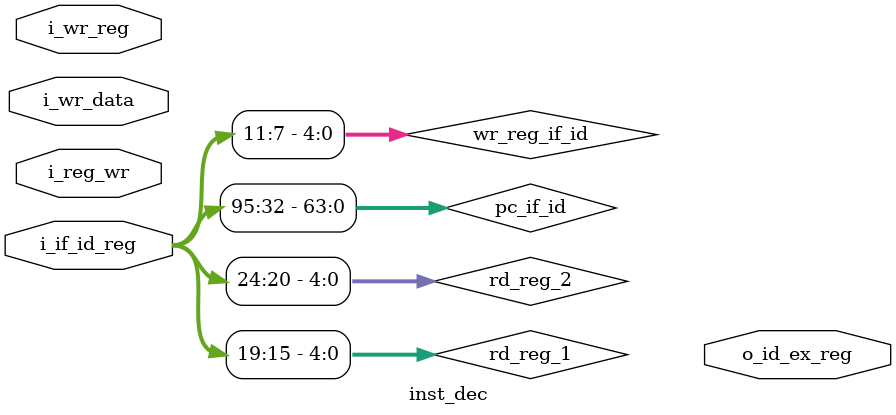
<source format=v>
`include "../MEM/memory.v"
`include "../MEM/register_file.v"

`include "../COMB_BOX/imm_generator.v"

`define WORD_SIZE 32

`define REG_RD_1_INIT 15
`define REG_RD_2_INIT 20
`define REG_RD_SIZE 5

`define REG_WR_INIT 7
`define REG_WR_SIZE 5

`define RD_DATA_SIZE `WORD_SIZE
`define IMM_GEN_SIZE 2*`WORD_SIZE

`define PC_SIZE 2*`WORD_SIZE
`define INS_MEM_SIZE `WORD_SIZE

module inst_dec (
    input       [`PC_SIZE+`RD_DATA_SIZE+`RD_DATA_SIZE+`IMM_GEN_SIZE+`REG_WR_SIZE-1:0]   i_if_id_reg,
    input       [`REG_WR_SIZE-1:0]                                                      i_wr_reg,
    input       [`WORD_SIZE-1:0]                                                        i_wr_data,
    input                                                                               i_reg_wr,
    output reg  [`PC_SIZE+`RD_DATA_SIZE+`RD_DATA_SIZE+`IMM_GEN_SIZE+`REG_WR_SIZE-1:0]   o_id_ex_reg
);

    // Cables de entrada
    wire [`REG_RD_SIZE-1:0] rd_reg_1;
    wire [`REG_RD_SIZE-1:0] rd_reg_2;
    // Cables de salida
    wire [`PC_SIZE-1:0] pc_if_id;           //  [195:133]
    wire [`RD_DATA_SIZE-1:0] rd_data_1;     //  [132:101]
    wire [`RD_DATA_SIZE-1:0] rd_data_2;     //  [100:69]
    wire [`PC_SIZE-1:0] imm_bus;            //  [68:5]
    wire [`REG_WR_SIZE-1:0] wr_reg_if_id;   //  [4:0]

    assign rd_reg_1 = i_if_id_reg[19:15];
    assign rd_reg_2 = i_if_id_reg[24:20];
//    assign rd_reg_1 = i_if_id_reg[`REG_RD_1_INIT+`REG_RD_SIZE-1:`REG_RD_1_INIT];
//    assign rd_reg_2 = i_if_id_reg[`REG_RD_2_INIT+`REG_RD_SIZE-1:`REG_RD_2_INIT];
    
    reg_file #(
        ) register_file (
//    .i_rd_reg_1( i_if_id_reg[`REG_RD_1_INIT+`REG_RD_SIZE-1:`REG_RD_1_INIT] ),
//    .i_rd_reg_2( i_if_id_reg[`REG_RD_2_INIT+`REG_RD_SIZE-1:`REG_RD_2_INIT] ),
    .i_rd_reg_1(rd_reg_1),
    .i_rd_reg_2(rd_reg_2),
    .i_wr_reg(i_wr_reg),        // Esto es realimentacion de un pipe en WRITE_BACK
    .i_wr_data(i_wr_data),      // Aca va la salida del MUX de WRITE_BACK
    .i_reg_wr(i_reg_wr),        // Esto lo maneja el block de CONTROL
    .i_clk(i_clk),
    .i_rst(i_rst),
    .o_rd_data_1(rd_data_1),
    .o_rd_data_2(rd_data_2)      
    );
    
    imm_gen #(
        ) imm_generator (
        .i_inst(i_if_id_reg[`INS_MEM_SIZE-1:0]),
        .o_imm_gen(imm_bus)
    );
    
    assign pc_if_id = i_if_id_reg[95:32];
    assign wr_reg_if_id = i_if_id_reg[11:7];
    
    always @(posedge i_clk or negedge i_rst) begin
        if (!i_rst) begin
            id_ex_reg = { (`PC_SIZE+`RD_DATA_SIZE+`RD_DATA_SIZE+`IMM_GEN_SIZE+`REG_WR_SIZE){1'b0} };
        end
        else begin
//            id_ex_reg = {i_if_id_reg[(`PC_SIZE+`INS_MEM_SIZE)-1:`INS_MEM_SIZE], rd_data_1, rd_data_2, imm_bus, i_if_id_reg[`INS_MEM_SIZE-21:7]};
            id_ex_reg = {pc_if_id, rd_data_1, rd_data_2, imm_bus, wr_reg_if_id};
        end 
    end

endmodule
</source>
